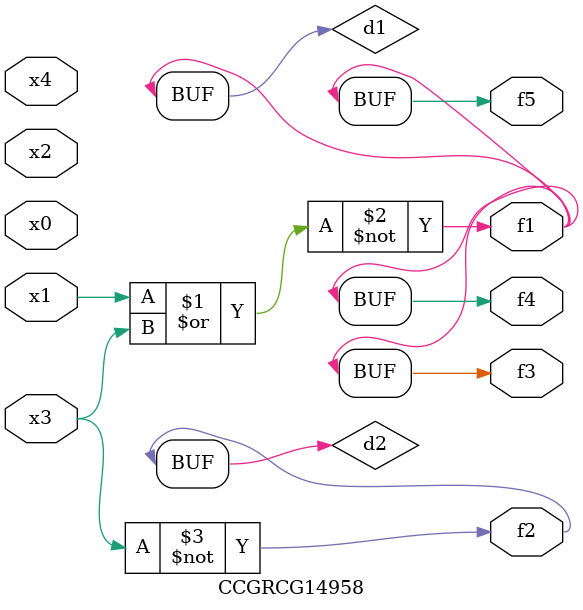
<source format=v>
module CCGRCG14958(
	input x0, x1, x2, x3, x4,
	output f1, f2, f3, f4, f5
);

	wire d1, d2;

	nor (d1, x1, x3);
	not (d2, x3);
	assign f1 = d1;
	assign f2 = d2;
	assign f3 = d1;
	assign f4 = d1;
	assign f5 = d1;
endmodule

</source>
